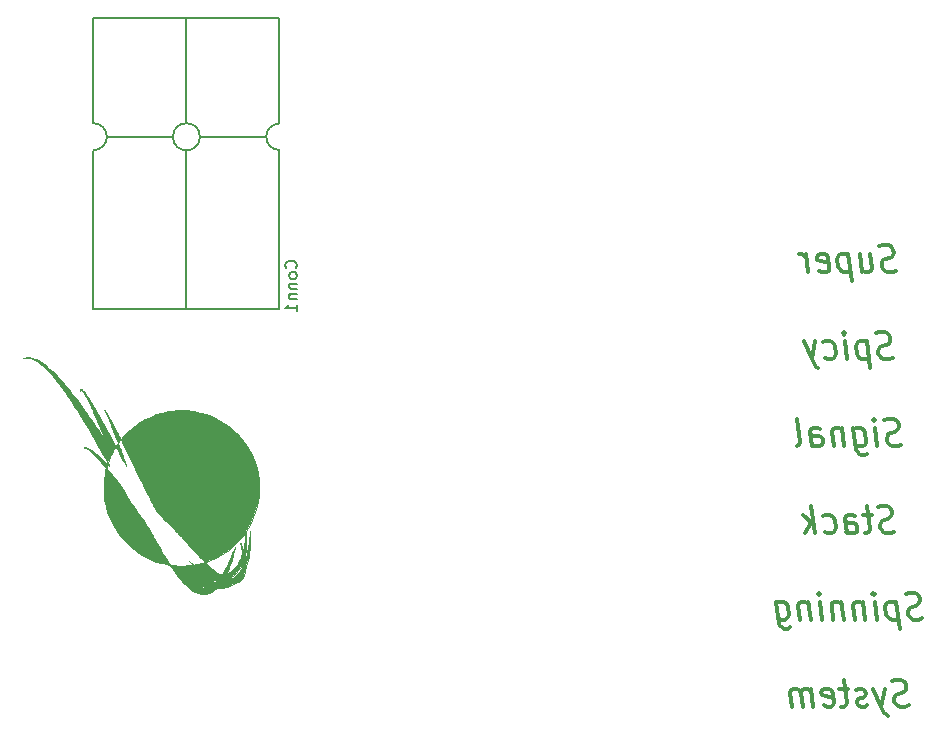
<source format=gbo>
G04 #@! TF.GenerationSoftware,KiCad,Pcbnew,(6.0.8)*
G04 #@! TF.CreationDate,2022-10-20T16:34:10-05:00*
G04 #@! TF.ProjectId,SignalStack_Board,5369676e-616c-4537-9461-636b5f426f61,rev?*
G04 #@! TF.SameCoordinates,Original*
G04 #@! TF.FileFunction,Legend,Bot*
G04 #@! TF.FilePolarity,Positive*
%FSLAX46Y46*%
G04 Gerber Fmt 4.6, Leading zero omitted, Abs format (unit mm)*
G04 Created by KiCad (PCBNEW (6.0.8)) date 2022-10-20 16:34:10*
%MOMM*%
%LPD*%
G01*
G04 APERTURE LIST*
%ADD10C,0.300000*%
%ADD11C,0.150000*%
%ADD12C,0.010000*%
%ADD13C,1.308000*%
%ADD14C,1.258000*%
%ADD15C,1.208000*%
%ADD16C,2.946400*%
%ADD17O,3.000000X5.100000*%
%ADD18C,1.100000*%
%ADD19C,1.400000*%
%ADD20C,4.000000*%
%ADD21C,2.000000*%
%ADD22C,1.270000*%
%ADD23R,1.530000X1.530000*%
%ADD24C,1.530000*%
%ADD25R,1.350000X1.350000*%
%ADD26O,1.350000X1.350000*%
%ADD27R,1.358000X1.358000*%
%ADD28C,1.358000*%
%ADD29C,1.524000*%
%ADD30O,5.100000X3.000000*%
G04 APERTURE END LIST*
D10*
X193478671Y-74089985D02*
X193201993Y-74198842D01*
X192718183Y-74198842D01*
X192511052Y-74089985D01*
X192400683Y-73981128D01*
X192276707Y-73763414D01*
X192249493Y-73545700D01*
X192319040Y-73327985D01*
X192402195Y-73219128D01*
X192582112Y-73110271D01*
X192955552Y-73001414D01*
X193135469Y-72892557D01*
X193218623Y-72783700D01*
X193288171Y-72565985D01*
X193260957Y-72348271D01*
X193136981Y-72130557D01*
X193026612Y-72021700D01*
X192819481Y-71912842D01*
X192335671Y-71912842D01*
X192058993Y-72021700D01*
X190398921Y-72674842D02*
X190589421Y-74198842D01*
X191269778Y-72674842D02*
X191419457Y-73872271D01*
X191349909Y-74089985D01*
X191169993Y-74198842D01*
X190879707Y-74198842D01*
X190672576Y-74089985D01*
X190562207Y-73981128D01*
X189431302Y-72674842D02*
X189717052Y-74960842D01*
X189444909Y-72783700D02*
X189237778Y-72674842D01*
X188850731Y-72674842D01*
X188670814Y-72783700D01*
X188587659Y-72892557D01*
X188518112Y-73110271D01*
X188599754Y-73763414D01*
X188723731Y-73981128D01*
X188834100Y-74089985D01*
X189041231Y-74198842D01*
X189428278Y-74198842D01*
X189608195Y-74089985D01*
X186995623Y-74089985D02*
X187202754Y-74198842D01*
X187589802Y-74198842D01*
X187769719Y-74089985D01*
X187839266Y-73872271D01*
X187730409Y-73001414D01*
X187606433Y-72783700D01*
X187399302Y-72674842D01*
X187012254Y-72674842D01*
X186832338Y-72783700D01*
X186762790Y-73001414D01*
X186790004Y-73219128D01*
X187784838Y-73436842D01*
X186041612Y-74198842D02*
X185851112Y-72674842D01*
X185905540Y-73110271D02*
X185781564Y-72892557D01*
X185671195Y-72783700D01*
X185464064Y-72674842D01*
X185270540Y-72674842D01*
X193188385Y-81450905D02*
X192911707Y-81559762D01*
X192427897Y-81559762D01*
X192220766Y-81450905D01*
X192110397Y-81342048D01*
X191986421Y-81124334D01*
X191959207Y-80906620D01*
X192028754Y-80688905D01*
X192111909Y-80580048D01*
X192291826Y-80471191D01*
X192665266Y-80362334D01*
X192845183Y-80253477D01*
X192928338Y-80144620D01*
X192997885Y-79926905D01*
X192970671Y-79709191D01*
X192846695Y-79491477D01*
X192736326Y-79382620D01*
X192529195Y-79273762D01*
X192045385Y-79273762D01*
X191768707Y-79382620D01*
X190979493Y-80035762D02*
X191265243Y-82321762D01*
X190993100Y-80144620D02*
X190785969Y-80035762D01*
X190398921Y-80035762D01*
X190219004Y-80144620D01*
X190135850Y-80253477D01*
X190066302Y-80471191D01*
X190147945Y-81124334D01*
X190271921Y-81342048D01*
X190382290Y-81450905D01*
X190589421Y-81559762D01*
X190976469Y-81559762D01*
X191156385Y-81450905D01*
X189331516Y-81559762D02*
X189141016Y-80035762D01*
X189045766Y-79273762D02*
X189156135Y-79382620D01*
X189072981Y-79491477D01*
X188962612Y-79382620D01*
X189045766Y-79273762D01*
X189072981Y-79491477D01*
X187479433Y-81450905D02*
X187686564Y-81559762D01*
X188073612Y-81559762D01*
X188253528Y-81450905D01*
X188336683Y-81342048D01*
X188406231Y-81124334D01*
X188324588Y-80471191D01*
X188200612Y-80253477D01*
X188090243Y-80144620D01*
X187883112Y-80035762D01*
X187496064Y-80035762D01*
X187316147Y-80144620D01*
X186625207Y-80035762D02*
X186331897Y-81559762D01*
X185657588Y-80035762D02*
X186331897Y-81559762D01*
X186593457Y-82104048D01*
X186703826Y-82212905D01*
X186910957Y-82321762D01*
X193914100Y-88811825D02*
X193637421Y-88920682D01*
X193153612Y-88920682D01*
X192946481Y-88811825D01*
X192836112Y-88702968D01*
X192712135Y-88485254D01*
X192684921Y-88267540D01*
X192754469Y-88049825D01*
X192837623Y-87940968D01*
X193017540Y-87832111D01*
X193390981Y-87723254D01*
X193570897Y-87614397D01*
X193654052Y-87505540D01*
X193723600Y-87287825D01*
X193696385Y-87070111D01*
X193572409Y-86852397D01*
X193462040Y-86743540D01*
X193254909Y-86634682D01*
X192771100Y-86634682D01*
X192494421Y-86743540D01*
X191895707Y-88920682D02*
X191705207Y-87396682D01*
X191609957Y-86634682D02*
X191720326Y-86743540D01*
X191637171Y-86852397D01*
X191526802Y-86743540D01*
X191609957Y-86634682D01*
X191637171Y-86852397D01*
X189866731Y-87396682D02*
X190098052Y-89247254D01*
X190222028Y-89464968D01*
X190332397Y-89573825D01*
X190539528Y-89682682D01*
X190829814Y-89682682D01*
X191009731Y-89573825D01*
X190043623Y-88811825D02*
X190250754Y-88920682D01*
X190637802Y-88920682D01*
X190817719Y-88811825D01*
X190900873Y-88702968D01*
X190970421Y-88485254D01*
X190888778Y-87832111D01*
X190764802Y-87614397D01*
X190654433Y-87505540D01*
X190447302Y-87396682D01*
X190060254Y-87396682D01*
X189880338Y-87505540D01*
X188899112Y-87396682D02*
X189089612Y-88920682D01*
X188926326Y-87614397D02*
X188815957Y-87505540D01*
X188608826Y-87396682D01*
X188318540Y-87396682D01*
X188138623Y-87505540D01*
X188069076Y-87723254D01*
X188218754Y-88920682D01*
X186380278Y-88920682D02*
X186230600Y-87723254D01*
X186300147Y-87505540D01*
X186480064Y-87396682D01*
X186867112Y-87396682D01*
X187074243Y-87505540D01*
X186366671Y-88811825D02*
X186573802Y-88920682D01*
X187057612Y-88920682D01*
X187237528Y-88811825D01*
X187307076Y-88594111D01*
X187279862Y-88376397D01*
X187155885Y-88158682D01*
X186948754Y-88049825D01*
X186464945Y-88049825D01*
X186257814Y-87940968D01*
X185122373Y-88920682D02*
X185302290Y-88811825D01*
X185371838Y-88594111D01*
X185126909Y-86634682D01*
X193333528Y-96172745D02*
X193056850Y-96281602D01*
X192573040Y-96281602D01*
X192365909Y-96172745D01*
X192255540Y-96063888D01*
X192131564Y-95846174D01*
X192104350Y-95628460D01*
X192173897Y-95410745D01*
X192257052Y-95301888D01*
X192436969Y-95193031D01*
X192810409Y-95084174D01*
X192990326Y-94975317D01*
X193073481Y-94866460D01*
X193143028Y-94648745D01*
X193115814Y-94431031D01*
X192991838Y-94213317D01*
X192881469Y-94104460D01*
X192674338Y-93995602D01*
X192190528Y-93995602D01*
X191913850Y-94104460D01*
X191414921Y-94757602D02*
X190640826Y-94757602D01*
X191029385Y-93995602D02*
X191274314Y-95955031D01*
X191204766Y-96172745D01*
X191024850Y-96281602D01*
X190831326Y-96281602D01*
X189283135Y-96281602D02*
X189133457Y-95084174D01*
X189203004Y-94866460D01*
X189382921Y-94757602D01*
X189769969Y-94757602D01*
X189977100Y-94866460D01*
X189269528Y-96172745D02*
X189476659Y-96281602D01*
X189960469Y-96281602D01*
X190140385Y-96172745D01*
X190209933Y-95955031D01*
X190182719Y-95737317D01*
X190058743Y-95519602D01*
X189851612Y-95410745D01*
X189367802Y-95410745D01*
X189160671Y-95301888D01*
X187431052Y-96172745D02*
X187638183Y-96281602D01*
X188025231Y-96281602D01*
X188205147Y-96172745D01*
X188288302Y-96063888D01*
X188357850Y-95846174D01*
X188276207Y-95193031D01*
X188152231Y-94975317D01*
X188041862Y-94866460D01*
X187834731Y-94757602D01*
X187447683Y-94757602D01*
X187267766Y-94866460D01*
X186573802Y-96281602D02*
X186288052Y-93995602D01*
X186271421Y-95410745D02*
X185799707Y-96281602D01*
X185609207Y-94757602D02*
X186492159Y-95628460D01*
X195704195Y-103533665D02*
X195427516Y-103642522D01*
X194943707Y-103642522D01*
X194736576Y-103533665D01*
X194626207Y-103424808D01*
X194502231Y-103207094D01*
X194475016Y-102989380D01*
X194544564Y-102771665D01*
X194627719Y-102662808D01*
X194807635Y-102553951D01*
X195181076Y-102445094D01*
X195360993Y-102336237D01*
X195444147Y-102227380D01*
X195513695Y-102009665D01*
X195486481Y-101791951D01*
X195362504Y-101574237D01*
X195252135Y-101465380D01*
X195045004Y-101356522D01*
X194561195Y-101356522D01*
X194284516Y-101465380D01*
X193495302Y-102118522D02*
X193781052Y-104404522D01*
X193508909Y-102227380D02*
X193301778Y-102118522D01*
X192914731Y-102118522D01*
X192734814Y-102227380D01*
X192651659Y-102336237D01*
X192582112Y-102553951D01*
X192663754Y-103207094D01*
X192787731Y-103424808D01*
X192898100Y-103533665D01*
X193105231Y-103642522D01*
X193492278Y-103642522D01*
X193672195Y-103533665D01*
X191847326Y-103642522D02*
X191656826Y-102118522D01*
X191561576Y-101356522D02*
X191671945Y-101465380D01*
X191588790Y-101574237D01*
X191478421Y-101465380D01*
X191561576Y-101356522D01*
X191588790Y-101574237D01*
X190689207Y-102118522D02*
X190879707Y-103642522D01*
X190716421Y-102336237D02*
X190606052Y-102227380D01*
X190398921Y-102118522D01*
X190108635Y-102118522D01*
X189928719Y-102227380D01*
X189859171Y-102445094D01*
X190008850Y-103642522D01*
X188850731Y-102118522D02*
X189041231Y-103642522D01*
X188877945Y-102336237D02*
X188767576Y-102227380D01*
X188560445Y-102118522D01*
X188270159Y-102118522D01*
X188090243Y-102227380D01*
X188020695Y-102445094D01*
X188170373Y-103642522D01*
X187202754Y-103642522D02*
X187012254Y-102118522D01*
X186917004Y-101356522D02*
X187027373Y-101465380D01*
X186944219Y-101574237D01*
X186833850Y-101465380D01*
X186917004Y-101356522D01*
X186944219Y-101574237D01*
X186044635Y-102118522D02*
X186235135Y-103642522D01*
X186071850Y-102336237D02*
X185961481Y-102227380D01*
X185754350Y-102118522D01*
X185464064Y-102118522D01*
X185284147Y-102227380D01*
X185214600Y-102445094D01*
X185364278Y-103642522D01*
X183335302Y-102118522D02*
X183566623Y-103969094D01*
X183690600Y-104186808D01*
X183800969Y-104295665D01*
X184008100Y-104404522D01*
X184298385Y-104404522D01*
X184478302Y-104295665D01*
X183512195Y-103533665D02*
X183719326Y-103642522D01*
X184106373Y-103642522D01*
X184286290Y-103533665D01*
X184369445Y-103424808D01*
X184438993Y-103207094D01*
X184357350Y-102553951D01*
X184233373Y-102336237D01*
X184123004Y-102227380D01*
X183915873Y-102118522D01*
X183528826Y-102118522D01*
X183348909Y-102227380D01*
X194543052Y-110894585D02*
X194266373Y-111003442D01*
X193782564Y-111003442D01*
X193575433Y-110894585D01*
X193465064Y-110785728D01*
X193341088Y-110568014D01*
X193313873Y-110350300D01*
X193383421Y-110132585D01*
X193466576Y-110023728D01*
X193646493Y-109914871D01*
X194019933Y-109806014D01*
X194199850Y-109697157D01*
X194283004Y-109588300D01*
X194352552Y-109370585D01*
X194325338Y-109152871D01*
X194201362Y-108935157D01*
X194090993Y-108826300D01*
X193883862Y-108717442D01*
X193400052Y-108717442D01*
X193123373Y-108826300D01*
X192527683Y-109479442D02*
X192234373Y-111003442D01*
X191560064Y-109479442D02*
X192234373Y-111003442D01*
X192495933Y-111547728D01*
X192606302Y-111656585D01*
X192813433Y-111765442D01*
X191059623Y-110894585D02*
X190879707Y-111003442D01*
X190492659Y-111003442D01*
X190285528Y-110894585D01*
X190161552Y-110676871D01*
X190147945Y-110568014D01*
X190217493Y-110350300D01*
X190397409Y-110241442D01*
X190687695Y-110241442D01*
X190867612Y-110132585D01*
X190937159Y-109914871D01*
X190923552Y-109806014D01*
X190799576Y-109588300D01*
X190592445Y-109479442D01*
X190302159Y-109479442D01*
X190122243Y-109588300D01*
X189431302Y-109479442D02*
X188657207Y-109479442D01*
X189045766Y-108717442D02*
X189290695Y-110676871D01*
X189221147Y-110894585D01*
X189041231Y-111003442D01*
X188847707Y-111003442D01*
X187382671Y-110894585D02*
X187589802Y-111003442D01*
X187976850Y-111003442D01*
X188156766Y-110894585D01*
X188226314Y-110676871D01*
X188117457Y-109806014D01*
X187993481Y-109588300D01*
X187786350Y-109479442D01*
X187399302Y-109479442D01*
X187219385Y-109588300D01*
X187149838Y-109806014D01*
X187177052Y-110023728D01*
X188171885Y-110241442D01*
X186428659Y-111003442D02*
X186238159Y-109479442D01*
X186265373Y-109697157D02*
X186155004Y-109588300D01*
X185947873Y-109479442D01*
X185657588Y-109479442D01*
X185477671Y-109588300D01*
X185408123Y-109806014D01*
X185557802Y-111003442D01*
X185408123Y-109806014D02*
X185284147Y-109588300D01*
X185077016Y-109479442D01*
X184786731Y-109479442D01*
X184606814Y-109588300D01*
X184537266Y-109806014D01*
X184686945Y-111003442D01*
D11*
X142662142Y-73856190D02*
X142709761Y-73808571D01*
X142757380Y-73665714D01*
X142757380Y-73570476D01*
X142709761Y-73427619D01*
X142614523Y-73332380D01*
X142519285Y-73284761D01*
X142328809Y-73237142D01*
X142185952Y-73237142D01*
X141995476Y-73284761D01*
X141900238Y-73332380D01*
X141805000Y-73427619D01*
X141757380Y-73570476D01*
X141757380Y-73665714D01*
X141805000Y-73808571D01*
X141852619Y-73856190D01*
X142757380Y-74427619D02*
X142709761Y-74332380D01*
X142662142Y-74284761D01*
X142566904Y-74237142D01*
X142281190Y-74237142D01*
X142185952Y-74284761D01*
X142138333Y-74332380D01*
X142090714Y-74427619D01*
X142090714Y-74570476D01*
X142138333Y-74665714D01*
X142185952Y-74713333D01*
X142281190Y-74760952D01*
X142566904Y-74760952D01*
X142662142Y-74713333D01*
X142709761Y-74665714D01*
X142757380Y-74570476D01*
X142757380Y-74427619D01*
X142090714Y-75189523D02*
X142757380Y-75189523D01*
X142185952Y-75189523D02*
X142138333Y-75237142D01*
X142090714Y-75332380D01*
X142090714Y-75475238D01*
X142138333Y-75570476D01*
X142233571Y-75618095D01*
X142757380Y-75618095D01*
X142090714Y-76094285D02*
X142757380Y-76094285D01*
X142185952Y-76094285D02*
X142138333Y-76141904D01*
X142090714Y-76237142D01*
X142090714Y-76380000D01*
X142138333Y-76475238D01*
X142233571Y-76522857D01*
X142757380Y-76522857D01*
X142757380Y-77522857D02*
X142757380Y-76951428D01*
X142757380Y-77237142D02*
X141757380Y-77237142D01*
X141900238Y-77141904D01*
X141995476Y-77046666D01*
X142043095Y-76951428D01*
G36*
X138465530Y-99088067D02*
G01*
X138462574Y-99096236D01*
X138432248Y-99193630D01*
X138407474Y-99295851D01*
X138393368Y-99382057D01*
X138391737Y-99397891D01*
X138351371Y-99635610D01*
X138284320Y-99849931D01*
X138191927Y-100038581D01*
X138075532Y-100199286D01*
X137936739Y-100329529D01*
X137936479Y-100329773D01*
X137776109Y-100427769D01*
X137764449Y-100433247D01*
X137684507Y-100468128D01*
X137611141Y-100496140D01*
X137558942Y-100511648D01*
X137519365Y-100524141D01*
X137451509Y-100555361D01*
X137382476Y-100595527D01*
X137322790Y-100633030D01*
X137093769Y-100751794D01*
X136840984Y-100848775D01*
X136638504Y-100903729D01*
X136573672Y-100921325D01*
X136301070Y-100966796D01*
X136032411Y-100982542D01*
X135994187Y-100983373D01*
X135940405Y-100991942D01*
X135893101Y-101015432D01*
X135834988Y-101060686D01*
X135759699Y-101121139D01*
X135542200Y-101263947D01*
X135314512Y-101368122D01*
X135076943Y-101433514D01*
X134948802Y-101449757D01*
X134774881Y-101453585D01*
X134596981Y-101440605D01*
X134432578Y-101411416D01*
X134329798Y-101379996D01*
X134198273Y-101328296D01*
X134058900Y-101264152D01*
X133924433Y-101193470D01*
X133807628Y-101122152D01*
X133675098Y-101027649D01*
X133499490Y-100884962D01*
X133322127Y-100720275D01*
X133140750Y-100531079D01*
X132979837Y-100345667D01*
X133905386Y-100345667D01*
X133909620Y-100355608D01*
X133937890Y-100387955D01*
X133986588Y-100438744D01*
X134052107Y-100504013D01*
X134096504Y-100546788D01*
X134221736Y-100657888D01*
X134339583Y-100745152D01*
X134460856Y-100816008D01*
X134596368Y-100877881D01*
X134679206Y-100906855D01*
X134775701Y-100926279D01*
X134892644Y-100934723D01*
X134918143Y-100935388D01*
X134999350Y-100935793D01*
X135065117Y-100933649D01*
X135103141Y-100929275D01*
X135129198Y-100921137D01*
X135156952Y-100903729D01*
X135144935Y-100887821D01*
X135093367Y-100874647D01*
X135039034Y-100863591D01*
X134935799Y-100835923D01*
X134814759Y-100798021D01*
X134687058Y-100753635D01*
X134563843Y-100706511D01*
X134456259Y-100660399D01*
X134448965Y-100657013D01*
X134296569Y-100579580D01*
X134117531Y-100476954D01*
X133910323Y-100348261D01*
X133905386Y-100345667D01*
X132979837Y-100345667D01*
X132953102Y-100314862D01*
X132868290Y-100208619D01*
X135058463Y-100208619D01*
X135071537Y-100218443D01*
X135116214Y-100235911D01*
X135185238Y-100258877D01*
X135271353Y-100285195D01*
X135367304Y-100312720D01*
X135465835Y-100339304D01*
X135559691Y-100362803D01*
X135641614Y-100381070D01*
X135651462Y-100383069D01*
X135753290Y-100403204D01*
X135824264Y-100414835D01*
X135872135Y-100417725D01*
X135904657Y-100411643D01*
X135929582Y-100396352D01*
X135954662Y-100371621D01*
X135959084Y-100366913D01*
X135977823Y-100345423D01*
X135984473Y-100329529D01*
X135974388Y-100317754D01*
X135942924Y-100308619D01*
X135885434Y-100300648D01*
X135797273Y-100292362D01*
X135673797Y-100282285D01*
X135557652Y-100271733D01*
X135434336Y-100258382D01*
X135321588Y-100244192D01*
X135234129Y-100230886D01*
X135203532Y-100225648D01*
X135131698Y-100214607D01*
X135080162Y-100208521D01*
X135058479Y-100208604D01*
X135058463Y-100208619D01*
X132868290Y-100208619D01*
X132768059Y-100083060D01*
X137035086Y-100083060D01*
X137039381Y-100088457D01*
X137060084Y-100093965D01*
X137110165Y-100101428D01*
X137178042Y-100108929D01*
X137308350Y-100121355D01*
X137428634Y-100023911D01*
X137512746Y-99952115D01*
X137713860Y-99747078D01*
X137899074Y-99507385D01*
X138069662Y-99231459D01*
X138094792Y-99184613D01*
X138127788Y-99109708D01*
X138145832Y-99038117D01*
X138154693Y-98950796D01*
X138163438Y-98807404D01*
X138063792Y-99002328D01*
X137933075Y-99235448D01*
X137771460Y-99468798D01*
X137593885Y-99670005D01*
X137397146Y-99842640D01*
X137178042Y-99990275D01*
X137162143Y-99999643D01*
X137096139Y-100038696D01*
X137057163Y-100062642D01*
X137038913Y-100075942D01*
X137035086Y-100083060D01*
X132768059Y-100083060D01*
X132756927Y-100069115D01*
X132549966Y-99791328D01*
X132329963Y-99478990D01*
X132270995Y-99393293D01*
X132254074Y-99368730D01*
X134471649Y-99368730D01*
X134481673Y-99378753D01*
X134491696Y-99368730D01*
X134481673Y-99358706D01*
X134471649Y-99368730D01*
X132254074Y-99368730D01*
X132196258Y-99284800D01*
X132130519Y-99189504D01*
X132077203Y-99112366D01*
X132039739Y-99058349D01*
X132021553Y-99032416D01*
X131988756Y-99009486D01*
X131920759Y-98987362D01*
X131815374Y-98965912D01*
X131767328Y-98957467D01*
X131314636Y-98857282D01*
X130861104Y-98720636D01*
X130413401Y-98550039D01*
X129978195Y-98348005D01*
X129562155Y-98117046D01*
X129440253Y-98041448D01*
X129022341Y-97752537D01*
X128629797Y-97433726D01*
X128264033Y-97086941D01*
X127926461Y-96714108D01*
X127618493Y-96317154D01*
X127341541Y-95898005D01*
X127097016Y-95458586D01*
X126886330Y-95000823D01*
X126710896Y-94526644D01*
X126572125Y-94037974D01*
X126508664Y-93753150D01*
X126459947Y-93478661D01*
X126425596Y-93206867D01*
X126404572Y-92927401D01*
X126395836Y-92629895D01*
X126398348Y-92303984D01*
X126399033Y-92274971D01*
X126407140Y-92039466D01*
X126419912Y-91831305D01*
X126438661Y-91639155D01*
X126464697Y-91451681D01*
X126499330Y-91257550D01*
X126543871Y-91045429D01*
X126598093Y-90801212D01*
X126553908Y-90745039D01*
X126540199Y-90728530D01*
X126498409Y-90680532D01*
X126436102Y-90610347D01*
X126357390Y-90522507D01*
X126266388Y-90421542D01*
X126167208Y-90311985D01*
X126063965Y-90198369D01*
X125960772Y-90085224D01*
X125861742Y-89977082D01*
X125770988Y-89878476D01*
X125692625Y-89793938D01*
X125630765Y-89727999D01*
X125556281Y-89652355D01*
X125456322Y-89556707D01*
X125347533Y-89457348D01*
X125237304Y-89360736D01*
X125133024Y-89273331D01*
X125042081Y-89201593D01*
X124971864Y-89151981D01*
X124967916Y-89149497D01*
X124879238Y-89107078D01*
X124789863Y-89093822D01*
X124756417Y-89093382D01*
X124721241Y-89090250D01*
X124717257Y-89081095D01*
X124738658Y-89062350D01*
X124746462Y-89056970D01*
X124811296Y-89040069D01*
X124901765Y-89053026D01*
X125017174Y-89095596D01*
X125156827Y-89167532D01*
X125320031Y-89268588D01*
X125329156Y-89274641D01*
X125452290Y-89360162D01*
X125585252Y-89459680D01*
X125731030Y-89575687D01*
X125892609Y-89710674D01*
X126072976Y-89867130D01*
X126275118Y-90047548D01*
X126502020Y-90254417D01*
X126514883Y-90266240D01*
X126591391Y-90335968D01*
X126644449Y-90382025D01*
X126679210Y-90407635D01*
X126700827Y-90416017D01*
X126714453Y-90410396D01*
X126725243Y-90393994D01*
X126736752Y-90374436D01*
X126749963Y-90367523D01*
X126766741Y-90387491D01*
X126794099Y-90438915D01*
X126807703Y-90465222D01*
X126842184Y-90529229D01*
X126870212Y-90577964D01*
X126871317Y-90579787D01*
X126875516Y-90594625D01*
X126853858Y-90580811D01*
X126807593Y-90539120D01*
X126760944Y-90496839D01*
X126723328Y-90467048D01*
X126705824Y-90458930D01*
X126702898Y-90464006D01*
X126689723Y-90499308D01*
X126671265Y-90557138D01*
X126650948Y-90625712D01*
X126632196Y-90693247D01*
X126618434Y-90747958D01*
X126613086Y-90778063D01*
X126616239Y-90786336D01*
X126639934Y-90822716D01*
X126683040Y-90880515D01*
X126741026Y-90953771D01*
X126809364Y-91036517D01*
X126823240Y-91053013D01*
X126907171Y-91153400D01*
X126993265Y-91257251D01*
X127072151Y-91353224D01*
X127134456Y-91429977D01*
X127160345Y-91462057D01*
X127222540Y-91538553D01*
X127301685Y-91635412D01*
X127392303Y-91745944D01*
X127488915Y-91863462D01*
X127586043Y-91981279D01*
X127656419Y-92066972D01*
X127755109Y-92189791D01*
X127836651Y-92296058D01*
X127906953Y-92394144D01*
X127971922Y-92492420D01*
X128037468Y-92599258D01*
X128109497Y-92723031D01*
X128229534Y-92931105D01*
X128487856Y-93365860D01*
X128743097Y-93776427D01*
X129001481Y-94172454D01*
X129269233Y-94563587D01*
X129552578Y-94959473D01*
X129684895Y-95143700D01*
X129800693Y-95312514D01*
X129904053Y-95472793D01*
X130002025Y-95635471D01*
X130101654Y-95811485D01*
X130109773Y-95826158D01*
X130190922Y-95969162D01*
X130280426Y-96121431D01*
X130371521Y-96271784D01*
X130457443Y-96409036D01*
X130531428Y-96522005D01*
X130580878Y-96597083D01*
X130658655Y-96720399D01*
X130746051Y-96863549D01*
X130837776Y-97017722D01*
X130928538Y-97174109D01*
X131013046Y-97323899D01*
X131066301Y-97419349D01*
X131164460Y-97592689D01*
X131266589Y-97770130D01*
X131370527Y-97948130D01*
X131474110Y-98123147D01*
X131575178Y-98291640D01*
X131671567Y-98450066D01*
X131761118Y-98594885D01*
X131841667Y-98722553D01*
X131911052Y-98829531D01*
X131967112Y-98912275D01*
X132007685Y-98967244D01*
X132030608Y-98990897D01*
X132066458Y-99003943D01*
X132149197Y-99020733D01*
X132262738Y-99034611D01*
X132401608Y-99045540D01*
X132560333Y-99053477D01*
X132733440Y-99058383D01*
X132915455Y-99060218D01*
X133100904Y-99058942D01*
X133284316Y-99054515D01*
X133460215Y-99046897D01*
X133623129Y-99036047D01*
X133767584Y-99021926D01*
X133888107Y-99004494D01*
X133888828Y-99004365D01*
X133997366Y-99004365D01*
X134003228Y-99014239D01*
X134034599Y-99044310D01*
X134087125Y-99088869D01*
X134154638Y-99142497D01*
X134208406Y-99183849D01*
X134314429Y-99263841D01*
X134390470Y-99318612D01*
X134436277Y-99347984D01*
X134451602Y-99351781D01*
X134451301Y-99350787D01*
X134432621Y-99331659D01*
X134389868Y-99295350D01*
X134329955Y-99247149D01*
X134259798Y-99192344D01*
X134186312Y-99136224D01*
X134116411Y-99084078D01*
X134057010Y-99041193D01*
X134015023Y-99012860D01*
X133997366Y-99004365D01*
X133888828Y-99004365D01*
X133956104Y-98992325D01*
X133639684Y-98693885D01*
X133796040Y-98819314D01*
X133839872Y-98854805D01*
X133900122Y-98904821D01*
X133943461Y-98942377D01*
X133962614Y-98961274D01*
X133967454Y-98966538D01*
X134000138Y-98976031D01*
X134061684Y-98974502D01*
X134155253Y-98961716D01*
X134284004Y-98937439D01*
X134314439Y-98930986D01*
X134393215Y-98913077D01*
X134487713Y-98890494D01*
X134590114Y-98865229D01*
X134692599Y-98839276D01*
X134787350Y-98814626D01*
X134866550Y-98793274D01*
X134922379Y-98777212D01*
X134947020Y-98768433D01*
X134945687Y-98766799D01*
X134976818Y-98766799D01*
X134979111Y-98771996D01*
X135004472Y-98799480D01*
X135053515Y-98846591D01*
X135121650Y-98909265D01*
X135204286Y-98983435D01*
X135296833Y-99065038D01*
X135394700Y-99150008D01*
X135493298Y-99234280D01*
X135588036Y-99313790D01*
X135634415Y-99351781D01*
X135655106Y-99368730D01*
X135674323Y-99384472D01*
X135703959Y-99408188D01*
X135810218Y-99490988D01*
X135919602Y-99573341D01*
X136020805Y-99646836D01*
X136102523Y-99703062D01*
X136158199Y-99738151D01*
X136232271Y-99780295D01*
X136292139Y-99809117D01*
X136328473Y-99819795D01*
X136339156Y-99818900D01*
X136361794Y-99809974D01*
X136387358Y-99788377D01*
X136418500Y-99750322D01*
X136457869Y-99692020D01*
X136508117Y-99609685D01*
X136571896Y-99499527D01*
X136651855Y-99357761D01*
X136660744Y-99341868D01*
X136743017Y-99192660D01*
X136816305Y-99054868D01*
X136883876Y-98921490D01*
X136949001Y-98785521D01*
X137014950Y-98639959D01*
X137084991Y-98477799D01*
X137162396Y-98292039D01*
X137250434Y-98075675D01*
X137292425Y-97972274D01*
X137347898Y-97837766D01*
X137397186Y-97720692D01*
X137438564Y-97625018D01*
X137470310Y-97554710D01*
X137490699Y-97513733D01*
X137498008Y-97506052D01*
X137497183Y-97517479D01*
X137488096Y-97569049D01*
X137470291Y-97650186D01*
X137445391Y-97754589D01*
X137415017Y-97875956D01*
X137380792Y-98007986D01*
X137344337Y-98144378D01*
X137307276Y-98278832D01*
X137271230Y-98405045D01*
X137237821Y-98516717D01*
X137218500Y-98577645D01*
X137165932Y-98733005D01*
X137103323Y-98907537D01*
X137035032Y-99089739D01*
X136965417Y-99268110D01*
X136898836Y-99431149D01*
X136839649Y-99567355D01*
X136833550Y-99580908D01*
X136806097Y-99645744D01*
X136788762Y-99693328D01*
X136785071Y-99714170D01*
X136785558Y-99714559D01*
X136810395Y-99711032D01*
X136861220Y-99691320D01*
X136930028Y-99659474D01*
X137008812Y-99619542D01*
X137089566Y-99575573D01*
X137164283Y-99531615D01*
X137224958Y-99491717D01*
X137241636Y-99479523D01*
X137362007Y-99379321D01*
X137486276Y-99257695D01*
X137602287Y-99127266D01*
X137697885Y-99000655D01*
X137735489Y-98941284D01*
X137802846Y-98821626D01*
X137874071Y-98681783D01*
X137943854Y-98532799D01*
X138006888Y-98385721D01*
X138057863Y-98251597D01*
X138118782Y-98076690D01*
X138079754Y-97837468D01*
X138066912Y-97761576D01*
X138041948Y-97623090D01*
X138014686Y-97480071D01*
X137989089Y-97353678D01*
X137987210Y-97344747D01*
X137968572Y-97252154D01*
X137954598Y-97175427D01*
X137946613Y-97122329D01*
X137945939Y-97100622D01*
X137949665Y-97100661D01*
X137966537Y-97125897D01*
X137992755Y-97184209D01*
X138026793Y-97271757D01*
X138067126Y-97384700D01*
X138112227Y-97519198D01*
X138115890Y-97530351D01*
X138145666Y-97615557D01*
X138171838Y-97681399D01*
X138191693Y-97721553D01*
X138202517Y-97729695D01*
X138210235Y-97706264D01*
X138223589Y-97647418D01*
X138239864Y-97563018D01*
X138257744Y-97460937D01*
X138275912Y-97349044D01*
X138293053Y-97235212D01*
X138307850Y-97127311D01*
X138318986Y-97033213D01*
X138324507Y-96976757D01*
X138333202Y-96872978D01*
X138341240Y-96760457D01*
X138348273Y-96646151D01*
X138353953Y-96537022D01*
X138357930Y-96440029D01*
X138359855Y-96362131D01*
X138359381Y-96310288D01*
X138356157Y-96291461D01*
X138349202Y-96297043D01*
X138322015Y-96328130D01*
X138280264Y-96380388D01*
X138229641Y-96446828D01*
X138046593Y-96679895D01*
X137717422Y-97048152D01*
X137358524Y-97392059D01*
X136972605Y-97709616D01*
X136562373Y-97998823D01*
X136130536Y-98257678D01*
X135679800Y-98484180D01*
X135212874Y-98676330D01*
X135208364Y-98677988D01*
X135120117Y-98710742D01*
X135047129Y-98738371D01*
X134996872Y-98758011D01*
X134976818Y-98766799D01*
X134945687Y-98766799D01*
X134938843Y-98758413D01*
X134906274Y-98723264D01*
X134852353Y-98666543D01*
X134780778Y-98592109D01*
X134695243Y-98503821D01*
X134599448Y-98405540D01*
X134571124Y-98376519D01*
X134398027Y-98197465D01*
X134212875Y-98003353D01*
X134019678Y-97798552D01*
X133822449Y-97587433D01*
X133625200Y-97374364D01*
X133431943Y-97163716D01*
X133246689Y-96959856D01*
X133073450Y-96767156D01*
X132916239Y-96589984D01*
X132779066Y-96432710D01*
X132665945Y-96299703D01*
X132624351Y-96252453D01*
X132552895Y-96175656D01*
X132459539Y-96078220D01*
X132348029Y-95963953D01*
X132222108Y-95836661D01*
X132085521Y-95700150D01*
X131942012Y-95558227D01*
X131795327Y-95414697D01*
X131714003Y-95335667D01*
X131539864Y-95166987D01*
X131390056Y-95022020D01*
X131261930Y-94897325D01*
X131152840Y-94789461D01*
X131060137Y-94694984D01*
X130981174Y-94610454D01*
X130913304Y-94532429D01*
X130853878Y-94457466D01*
X130800250Y-94382124D01*
X130749772Y-94302960D01*
X130699796Y-94216534D01*
X130647674Y-94119404D01*
X130590759Y-94008126D01*
X130526404Y-93879261D01*
X130451960Y-93729365D01*
X130364781Y-93554997D01*
X130300457Y-93426917D01*
X130187455Y-93201013D01*
X130070615Y-92966275D01*
X129948722Y-92720216D01*
X129820557Y-92460347D01*
X129684904Y-92184179D01*
X129540545Y-91889225D01*
X129386264Y-91572995D01*
X129220843Y-91233002D01*
X129043065Y-90866756D01*
X128851714Y-90471769D01*
X128645572Y-90045554D01*
X128423422Y-89585620D01*
X128384836Y-89505723D01*
X128288145Y-89305841D01*
X128196925Y-89117729D01*
X128112665Y-88944431D01*
X128036854Y-88788994D01*
X127970983Y-88654461D01*
X127916540Y-88543877D01*
X127875016Y-88460287D01*
X127847900Y-88406736D01*
X127836681Y-88386269D01*
X127828592Y-88387335D01*
X127800155Y-88411788D01*
X127758173Y-88459314D01*
X127708456Y-88523688D01*
X127596010Y-88677663D01*
X127574369Y-88620434D01*
X127562687Y-88589596D01*
X127503973Y-88435893D01*
X127435545Y-88258441D01*
X127360074Y-88064041D01*
X127280232Y-87859491D01*
X127198690Y-87651592D01*
X127118120Y-87447142D01*
X127041194Y-87252941D01*
X126970583Y-87075788D01*
X126908959Y-86922483D01*
X126858994Y-86799824D01*
X126800245Y-86657770D01*
X126734255Y-86500788D01*
X126678788Y-86372823D01*
X126631592Y-86269130D01*
X126590413Y-86184959D01*
X126553000Y-86115563D01*
X126517099Y-86056196D01*
X126480457Y-86002109D01*
X126460869Y-85974375D01*
X126426728Y-85922974D01*
X126416230Y-85898811D01*
X126428716Y-85898666D01*
X126463528Y-85919320D01*
X126483660Y-85935859D01*
X126534814Y-85994354D01*
X126601065Y-86086055D01*
X126681213Y-86208887D01*
X126774059Y-86360774D01*
X126878406Y-86539643D01*
X126993054Y-86743419D01*
X127116804Y-86970027D01*
X127248458Y-87217393D01*
X127386817Y-87483442D01*
X127530682Y-87766100D01*
X127577081Y-87857958D01*
X127645003Y-87991465D01*
X127705931Y-88110075D01*
X127757678Y-88209596D01*
X127798059Y-88285833D01*
X127824886Y-88334592D01*
X127835974Y-88351681D01*
X127851160Y-88338157D01*
X127883774Y-88300745D01*
X127926187Y-88247909D01*
X127966552Y-88198996D01*
X128044386Y-88112261D01*
X128141852Y-88009326D01*
X128252867Y-87896192D01*
X128371346Y-87778860D01*
X128491207Y-87663332D01*
X128606367Y-87555609D01*
X128710741Y-87461693D01*
X128798247Y-87387585D01*
X129026368Y-87210639D01*
X129455119Y-86915368D01*
X129897871Y-86657634D01*
X130355051Y-86437261D01*
X130827088Y-86254072D01*
X131314408Y-86107891D01*
X131817438Y-85998541D01*
X132336606Y-85925846D01*
X132418193Y-85918790D01*
X132583151Y-85909912D01*
X132771497Y-85904965D01*
X132972825Y-85903868D01*
X133176728Y-85906540D01*
X133372800Y-85912902D01*
X133550635Y-85922873D01*
X133699826Y-85936372D01*
X134063644Y-85988438D01*
X134568450Y-86094478D01*
X135060122Y-86237844D01*
X135537140Y-86417872D01*
X135997984Y-86633899D01*
X136441131Y-86885264D01*
X136865062Y-87171304D01*
X137268255Y-87491355D01*
X137324612Y-87540916D01*
X137453659Y-87660901D01*
X137594171Y-87798621D01*
X137737716Y-87945369D01*
X137875863Y-88092438D01*
X138000182Y-88231120D01*
X138102241Y-88352708D01*
X138216518Y-88499503D01*
X138512195Y-88922448D01*
X138771610Y-89362421D01*
X138994800Y-89819514D01*
X139181803Y-90293817D01*
X139332657Y-90785422D01*
X139447398Y-91294419D01*
X139526064Y-91820900D01*
X139533186Y-91899821D01*
X139540752Y-92035098D01*
X139545902Y-92194483D01*
X139548636Y-92368815D01*
X139548953Y-92548932D01*
X139546855Y-92725673D01*
X139542341Y-92889877D01*
X139535410Y-93032382D01*
X139526064Y-93144026D01*
X139477699Y-93496996D01*
X139375683Y-94010065D01*
X139238118Y-94504725D01*
X139064930Y-94981201D01*
X138856043Y-95439715D01*
X138611383Y-95880490D01*
X138477344Y-96101011D01*
X138475253Y-96362131D01*
X138472129Y-96752550D01*
X138469798Y-96954458D01*
X138465038Y-97167546D01*
X138457627Y-97353006D01*
X138447007Y-97517645D01*
X138432620Y-97668269D01*
X138413907Y-97811685D01*
X138390310Y-97954699D01*
X138361270Y-98104117D01*
X138360379Y-98108470D01*
X138342042Y-98219780D01*
X138332871Y-98322958D01*
X138332880Y-98410283D01*
X138342085Y-98474033D01*
X138360500Y-98506485D01*
X138362539Y-98506418D01*
X138376364Y-98483781D01*
X138397626Y-98429668D01*
X138424470Y-98350041D01*
X138455043Y-98250857D01*
X138487488Y-98138077D01*
X138519953Y-98017659D01*
X138550584Y-97895564D01*
X138567166Y-97822639D01*
X138601416Y-97648981D01*
X138635259Y-97449566D01*
X138667510Y-97233662D01*
X138696983Y-97010543D01*
X138722494Y-96789477D01*
X138742856Y-96579738D01*
X138756884Y-96390594D01*
X138763392Y-96231319D01*
X138764611Y-96180642D01*
X138767566Y-96149337D01*
X138773705Y-96150873D01*
X138784755Y-96181200D01*
X138787610Y-96192385D01*
X138795141Y-96251127D01*
X138800806Y-96341861D01*
X138804648Y-96458503D01*
X138806710Y-96594973D01*
X138807033Y-96745188D01*
X138805661Y-96903066D01*
X138802636Y-97062526D01*
X138798000Y-97217484D01*
X138791797Y-97361861D01*
X138784069Y-97489573D01*
X138774858Y-97594539D01*
X138732630Y-97930862D01*
X138678514Y-98263288D01*
X138615316Y-98570068D01*
X138554096Y-98807404D01*
X138544000Y-98846547D01*
X138465530Y-99088067D01*
G37*
D12*
X138465530Y-99088067D02*
X138462574Y-99096236D01*
X138432248Y-99193630D01*
X138407474Y-99295851D01*
X138393368Y-99382057D01*
X138391737Y-99397891D01*
X138351371Y-99635610D01*
X138284320Y-99849931D01*
X138191927Y-100038581D01*
X138075532Y-100199286D01*
X137936739Y-100329529D01*
X137936479Y-100329773D01*
X137776109Y-100427769D01*
X137764449Y-100433247D01*
X137684507Y-100468128D01*
X137611141Y-100496140D01*
X137558942Y-100511648D01*
X137519365Y-100524141D01*
X137451509Y-100555361D01*
X137382476Y-100595527D01*
X137322790Y-100633030D01*
X137093769Y-100751794D01*
X136840984Y-100848775D01*
X136638504Y-100903729D01*
X136573672Y-100921325D01*
X136301070Y-100966796D01*
X136032411Y-100982542D01*
X135994187Y-100983373D01*
X135940405Y-100991942D01*
X135893101Y-101015432D01*
X135834988Y-101060686D01*
X135759699Y-101121139D01*
X135542200Y-101263947D01*
X135314512Y-101368122D01*
X135076943Y-101433514D01*
X134948802Y-101449757D01*
X134774881Y-101453585D01*
X134596981Y-101440605D01*
X134432578Y-101411416D01*
X134329798Y-101379996D01*
X134198273Y-101328296D01*
X134058900Y-101264152D01*
X133924433Y-101193470D01*
X133807628Y-101122152D01*
X133675098Y-101027649D01*
X133499490Y-100884962D01*
X133322127Y-100720275D01*
X133140750Y-100531079D01*
X132979837Y-100345667D01*
X133905386Y-100345667D01*
X133909620Y-100355608D01*
X133937890Y-100387955D01*
X133986588Y-100438744D01*
X134052107Y-100504013D01*
X134096504Y-100546788D01*
X134221736Y-100657888D01*
X134339583Y-100745152D01*
X134460856Y-100816008D01*
X134596368Y-100877881D01*
X134679206Y-100906855D01*
X134775701Y-100926279D01*
X134892644Y-100934723D01*
X134918143Y-100935388D01*
X134999350Y-100935793D01*
X135065117Y-100933649D01*
X135103141Y-100929275D01*
X135129198Y-100921137D01*
X135156952Y-100903729D01*
X135144935Y-100887821D01*
X135093367Y-100874647D01*
X135039034Y-100863591D01*
X134935799Y-100835923D01*
X134814759Y-100798021D01*
X134687058Y-100753635D01*
X134563843Y-100706511D01*
X134456259Y-100660399D01*
X134448965Y-100657013D01*
X134296569Y-100579580D01*
X134117531Y-100476954D01*
X133910323Y-100348261D01*
X133905386Y-100345667D01*
X132979837Y-100345667D01*
X132953102Y-100314862D01*
X132868290Y-100208619D01*
X135058463Y-100208619D01*
X135071537Y-100218443D01*
X135116214Y-100235911D01*
X135185238Y-100258877D01*
X135271353Y-100285195D01*
X135367304Y-100312720D01*
X135465835Y-100339304D01*
X135559691Y-100362803D01*
X135641614Y-100381070D01*
X135651462Y-100383069D01*
X135753290Y-100403204D01*
X135824264Y-100414835D01*
X135872135Y-100417725D01*
X135904657Y-100411643D01*
X135929582Y-100396352D01*
X135954662Y-100371621D01*
X135959084Y-100366913D01*
X135977823Y-100345423D01*
X135984473Y-100329529D01*
X135974388Y-100317754D01*
X135942924Y-100308619D01*
X135885434Y-100300648D01*
X135797273Y-100292362D01*
X135673797Y-100282285D01*
X135557652Y-100271733D01*
X135434336Y-100258382D01*
X135321588Y-100244192D01*
X135234129Y-100230886D01*
X135203532Y-100225648D01*
X135131698Y-100214607D01*
X135080162Y-100208521D01*
X135058479Y-100208604D01*
X135058463Y-100208619D01*
X132868290Y-100208619D01*
X132768059Y-100083060D01*
X137035086Y-100083060D01*
X137039381Y-100088457D01*
X137060084Y-100093965D01*
X137110165Y-100101428D01*
X137178042Y-100108929D01*
X137308350Y-100121355D01*
X137428634Y-100023911D01*
X137512746Y-99952115D01*
X137713860Y-99747078D01*
X137899074Y-99507385D01*
X138069662Y-99231459D01*
X138094792Y-99184613D01*
X138127788Y-99109708D01*
X138145832Y-99038117D01*
X138154693Y-98950796D01*
X138163438Y-98807404D01*
X138063792Y-99002328D01*
X137933075Y-99235448D01*
X137771460Y-99468798D01*
X137593885Y-99670005D01*
X137397146Y-99842640D01*
X137178042Y-99990275D01*
X137162143Y-99999643D01*
X137096139Y-100038696D01*
X137057163Y-100062642D01*
X137038913Y-100075942D01*
X137035086Y-100083060D01*
X132768059Y-100083060D01*
X132756927Y-100069115D01*
X132549966Y-99791328D01*
X132329963Y-99478990D01*
X132270995Y-99393293D01*
X132254074Y-99368730D01*
X134471649Y-99368730D01*
X134481673Y-99378753D01*
X134491696Y-99368730D01*
X134481673Y-99358706D01*
X134471649Y-99368730D01*
X132254074Y-99368730D01*
X132196258Y-99284800D01*
X132130519Y-99189504D01*
X132077203Y-99112366D01*
X132039739Y-99058349D01*
X132021553Y-99032416D01*
X131988756Y-99009486D01*
X131920759Y-98987362D01*
X131815374Y-98965912D01*
X131767328Y-98957467D01*
X131314636Y-98857282D01*
X130861104Y-98720636D01*
X130413401Y-98550039D01*
X129978195Y-98348005D01*
X129562155Y-98117046D01*
X129440253Y-98041448D01*
X129022341Y-97752537D01*
X128629797Y-97433726D01*
X128264033Y-97086941D01*
X127926461Y-96714108D01*
X127618493Y-96317154D01*
X127341541Y-95898005D01*
X127097016Y-95458586D01*
X126886330Y-95000823D01*
X126710896Y-94526644D01*
X126572125Y-94037974D01*
X126508664Y-93753150D01*
X126459947Y-93478661D01*
X126425596Y-93206867D01*
X126404572Y-92927401D01*
X126395836Y-92629895D01*
X126398348Y-92303984D01*
X126399033Y-92274971D01*
X126407140Y-92039466D01*
X126419912Y-91831305D01*
X126438661Y-91639155D01*
X126464697Y-91451681D01*
X126499330Y-91257550D01*
X126543871Y-91045429D01*
X126598093Y-90801212D01*
X126553908Y-90745039D01*
X126540199Y-90728530D01*
X126498409Y-90680532D01*
X126436102Y-90610347D01*
X126357390Y-90522507D01*
X126266388Y-90421542D01*
X126167208Y-90311985D01*
X126063965Y-90198369D01*
X125960772Y-90085224D01*
X125861742Y-89977082D01*
X125770988Y-89878476D01*
X125692625Y-89793938D01*
X125630765Y-89727999D01*
X125556281Y-89652355D01*
X125456322Y-89556707D01*
X125347533Y-89457348D01*
X125237304Y-89360736D01*
X125133024Y-89273331D01*
X125042081Y-89201593D01*
X124971864Y-89151981D01*
X124967916Y-89149497D01*
X124879238Y-89107078D01*
X124789863Y-89093822D01*
X124756417Y-89093382D01*
X124721241Y-89090250D01*
X124717257Y-89081095D01*
X124738658Y-89062350D01*
X124746462Y-89056970D01*
X124811296Y-89040069D01*
X124901765Y-89053026D01*
X125017174Y-89095596D01*
X125156827Y-89167532D01*
X125320031Y-89268588D01*
X125329156Y-89274641D01*
X125452290Y-89360162D01*
X125585252Y-89459680D01*
X125731030Y-89575687D01*
X125892609Y-89710674D01*
X126072976Y-89867130D01*
X126275118Y-90047548D01*
X126502020Y-90254417D01*
X126514883Y-90266240D01*
X126591391Y-90335968D01*
X126644449Y-90382025D01*
X126679210Y-90407635D01*
X126700827Y-90416017D01*
X126714453Y-90410396D01*
X126725243Y-90393994D01*
X126736752Y-90374436D01*
X126749963Y-90367523D01*
X126766741Y-90387491D01*
X126794099Y-90438915D01*
X126807703Y-90465222D01*
X126842184Y-90529229D01*
X126870212Y-90577964D01*
X126871317Y-90579787D01*
X126875516Y-90594625D01*
X126853858Y-90580811D01*
X126807593Y-90539120D01*
X126760944Y-90496839D01*
X126723328Y-90467048D01*
X126705824Y-90458930D01*
X126702898Y-90464006D01*
X126689723Y-90499308D01*
X126671265Y-90557138D01*
X126650948Y-90625712D01*
X126632196Y-90693247D01*
X126618434Y-90747958D01*
X126613086Y-90778063D01*
X126616239Y-90786336D01*
X126639934Y-90822716D01*
X126683040Y-90880515D01*
X126741026Y-90953771D01*
X126809364Y-91036517D01*
X126823240Y-91053013D01*
X126907171Y-91153400D01*
X126993265Y-91257251D01*
X127072151Y-91353224D01*
X127134456Y-91429977D01*
X127160345Y-91462057D01*
X127222540Y-91538553D01*
X127301685Y-91635412D01*
X127392303Y-91745944D01*
X127488915Y-91863462D01*
X127586043Y-91981279D01*
X127656419Y-92066972D01*
X127755109Y-92189791D01*
X127836651Y-92296058D01*
X127906953Y-92394144D01*
X127971922Y-92492420D01*
X128037468Y-92599258D01*
X128109497Y-92723031D01*
X128229534Y-92931105D01*
X128487856Y-93365860D01*
X128743097Y-93776427D01*
X129001481Y-94172454D01*
X129269233Y-94563587D01*
X129552578Y-94959473D01*
X129684895Y-95143700D01*
X129800693Y-95312514D01*
X129904053Y-95472793D01*
X130002025Y-95635471D01*
X130101654Y-95811485D01*
X130109773Y-95826158D01*
X130190922Y-95969162D01*
X130280426Y-96121431D01*
X130371521Y-96271784D01*
X130457443Y-96409036D01*
X130531428Y-96522005D01*
X130580878Y-96597083D01*
X130658655Y-96720399D01*
X130746051Y-96863549D01*
X130837776Y-97017722D01*
X130928538Y-97174109D01*
X131013046Y-97323899D01*
X131066301Y-97419349D01*
X131164460Y-97592689D01*
X131266589Y-97770130D01*
X131370527Y-97948130D01*
X131474110Y-98123147D01*
X131575178Y-98291640D01*
X131671567Y-98450066D01*
X131761118Y-98594885D01*
X131841667Y-98722553D01*
X131911052Y-98829531D01*
X131967112Y-98912275D01*
X132007685Y-98967244D01*
X132030608Y-98990897D01*
X132066458Y-99003943D01*
X132149197Y-99020733D01*
X132262738Y-99034611D01*
X132401608Y-99045540D01*
X132560333Y-99053477D01*
X132733440Y-99058383D01*
X132915455Y-99060218D01*
X133100904Y-99058942D01*
X133284316Y-99054515D01*
X133460215Y-99046897D01*
X133623129Y-99036047D01*
X133767584Y-99021926D01*
X133888107Y-99004494D01*
X133888828Y-99004365D01*
X133997366Y-99004365D01*
X134003228Y-99014239D01*
X134034599Y-99044310D01*
X134087125Y-99088869D01*
X134154638Y-99142497D01*
X134208406Y-99183849D01*
X134314429Y-99263841D01*
X134390470Y-99318612D01*
X134436277Y-99347984D01*
X134451602Y-99351781D01*
X134451301Y-99350787D01*
X134432621Y-99331659D01*
X134389868Y-99295350D01*
X134329955Y-99247149D01*
X134259798Y-99192344D01*
X134186312Y-99136224D01*
X134116411Y-99084078D01*
X134057010Y-99041193D01*
X134015023Y-99012860D01*
X133997366Y-99004365D01*
X133888828Y-99004365D01*
X133956104Y-98992325D01*
X133639684Y-98693885D01*
X133796040Y-98819314D01*
X133839872Y-98854805D01*
X133900122Y-98904821D01*
X133943461Y-98942377D01*
X133962614Y-98961274D01*
X133967454Y-98966538D01*
X134000138Y-98976031D01*
X134061684Y-98974502D01*
X134155253Y-98961716D01*
X134284004Y-98937439D01*
X134314439Y-98930986D01*
X134393215Y-98913077D01*
X134487713Y-98890494D01*
X134590114Y-98865229D01*
X134692599Y-98839276D01*
X134787350Y-98814626D01*
X134866550Y-98793274D01*
X134922379Y-98777212D01*
X134947020Y-98768433D01*
X134945687Y-98766799D01*
X134976818Y-98766799D01*
X134979111Y-98771996D01*
X135004472Y-98799480D01*
X135053515Y-98846591D01*
X135121650Y-98909265D01*
X135204286Y-98983435D01*
X135296833Y-99065038D01*
X135394700Y-99150008D01*
X135493298Y-99234280D01*
X135588036Y-99313790D01*
X135634415Y-99351781D01*
X135655106Y-99368730D01*
X135674323Y-99384472D01*
X135703959Y-99408188D01*
X135810218Y-99490988D01*
X135919602Y-99573341D01*
X136020805Y-99646836D01*
X136102523Y-99703062D01*
X136158199Y-99738151D01*
X136232271Y-99780295D01*
X136292139Y-99809117D01*
X136328473Y-99819795D01*
X136339156Y-99818900D01*
X136361794Y-99809974D01*
X136387358Y-99788377D01*
X136418500Y-99750322D01*
X136457869Y-99692020D01*
X136508117Y-99609685D01*
X136571896Y-99499527D01*
X136651855Y-99357761D01*
X136660744Y-99341868D01*
X136743017Y-99192660D01*
X136816305Y-99054868D01*
X136883876Y-98921490D01*
X136949001Y-98785521D01*
X137014950Y-98639959D01*
X137084991Y-98477799D01*
X137162396Y-98292039D01*
X137250434Y-98075675D01*
X137292425Y-97972274D01*
X137347898Y-97837766D01*
X137397186Y-97720692D01*
X137438564Y-97625018D01*
X137470310Y-97554710D01*
X137490699Y-97513733D01*
X137498008Y-97506052D01*
X137497183Y-97517479D01*
X137488096Y-97569049D01*
X137470291Y-97650186D01*
X137445391Y-97754589D01*
X137415017Y-97875956D01*
X137380792Y-98007986D01*
X137344337Y-98144378D01*
X137307276Y-98278832D01*
X137271230Y-98405045D01*
X137237821Y-98516717D01*
X137218500Y-98577645D01*
X137165932Y-98733005D01*
X137103323Y-98907537D01*
X137035032Y-99089739D01*
X136965417Y-99268110D01*
X136898836Y-99431149D01*
X136839649Y-99567355D01*
X136833550Y-99580908D01*
X136806097Y-99645744D01*
X136788762Y-99693328D01*
X136785071Y-99714170D01*
X136785558Y-99714559D01*
X136810395Y-99711032D01*
X136861220Y-99691320D01*
X136930028Y-99659474D01*
X137008812Y-99619542D01*
X137089566Y-99575573D01*
X137164283Y-99531615D01*
X137224958Y-99491717D01*
X137241636Y-99479523D01*
X137362007Y-99379321D01*
X137486276Y-99257695D01*
X137602287Y-99127266D01*
X137697885Y-99000655D01*
X137735489Y-98941284D01*
X137802846Y-98821626D01*
X137874071Y-98681783D01*
X137943854Y-98532799D01*
X138006888Y-98385721D01*
X138057863Y-98251597D01*
X138118782Y-98076690D01*
X138079754Y-97837468D01*
X138066912Y-97761576D01*
X138041948Y-97623090D01*
X138014686Y-97480071D01*
X137989089Y-97353678D01*
X137987210Y-97344747D01*
X137968572Y-97252154D01*
X137954598Y-97175427D01*
X137946613Y-97122329D01*
X137945939Y-97100622D01*
X137949665Y-97100661D01*
X137966537Y-97125897D01*
X137992755Y-97184209D01*
X138026793Y-97271757D01*
X138067126Y-97384700D01*
X138112227Y-97519198D01*
X138115890Y-97530351D01*
X138145666Y-97615557D01*
X138171838Y-97681399D01*
X138191693Y-97721553D01*
X138202517Y-97729695D01*
X138210235Y-97706264D01*
X138223589Y-97647418D01*
X138239864Y-97563018D01*
X138257744Y-97460937D01*
X138275912Y-97349044D01*
X138293053Y-97235212D01*
X138307850Y-97127311D01*
X138318986Y-97033213D01*
X138324507Y-96976757D01*
X138333202Y-96872978D01*
X138341240Y-96760457D01*
X138348273Y-96646151D01*
X138353953Y-96537022D01*
X138357930Y-96440029D01*
X138359855Y-96362131D01*
X138359381Y-96310288D01*
X138356157Y-96291461D01*
X138349202Y-96297043D01*
X138322015Y-96328130D01*
X138280264Y-96380388D01*
X138229641Y-96446828D01*
X138046593Y-96679895D01*
X137717422Y-97048152D01*
X137358524Y-97392059D01*
X136972605Y-97709616D01*
X136562373Y-97998823D01*
X136130536Y-98257678D01*
X135679800Y-98484180D01*
X135212874Y-98676330D01*
X135208364Y-98677988D01*
X135120117Y-98710742D01*
X135047129Y-98738371D01*
X134996872Y-98758011D01*
X134976818Y-98766799D01*
X134945687Y-98766799D01*
X134938843Y-98758413D01*
X134906274Y-98723264D01*
X134852353Y-98666543D01*
X134780778Y-98592109D01*
X134695243Y-98503821D01*
X134599448Y-98405540D01*
X134571124Y-98376519D01*
X134398027Y-98197465D01*
X134212875Y-98003353D01*
X134019678Y-97798552D01*
X133822449Y-97587433D01*
X133625200Y-97374364D01*
X133431943Y-97163716D01*
X133246689Y-96959856D01*
X133073450Y-96767156D01*
X132916239Y-96589984D01*
X132779066Y-96432710D01*
X132665945Y-96299703D01*
X132624351Y-96252453D01*
X132552895Y-96175656D01*
X132459539Y-96078220D01*
X132348029Y-95963953D01*
X132222108Y-95836661D01*
X132085521Y-95700150D01*
X131942012Y-95558227D01*
X131795327Y-95414697D01*
X131714003Y-95335667D01*
X131539864Y-95166987D01*
X131390056Y-95022020D01*
X131261930Y-94897325D01*
X131152840Y-94789461D01*
X131060137Y-94694984D01*
X130981174Y-94610454D01*
X130913304Y-94532429D01*
X130853878Y-94457466D01*
X130800250Y-94382124D01*
X130749772Y-94302960D01*
X130699796Y-94216534D01*
X130647674Y-94119404D01*
X130590759Y-94008126D01*
X130526404Y-93879261D01*
X130451960Y-93729365D01*
X130364781Y-93554997D01*
X130300457Y-93426917D01*
X130187455Y-93201013D01*
X130070615Y-92966275D01*
X129948722Y-92720216D01*
X129820557Y-92460347D01*
X129684904Y-92184179D01*
X129540545Y-91889225D01*
X129386264Y-91572995D01*
X129220843Y-91233002D01*
X129043065Y-90866756D01*
X128851714Y-90471769D01*
X128645572Y-90045554D01*
X128423422Y-89585620D01*
X128384836Y-89505723D01*
X128288145Y-89305841D01*
X128196925Y-89117729D01*
X128112665Y-88944431D01*
X128036854Y-88788994D01*
X127970983Y-88654461D01*
X127916540Y-88543877D01*
X127875016Y-88460287D01*
X127847900Y-88406736D01*
X127836681Y-88386269D01*
X127828592Y-88387335D01*
X127800155Y-88411788D01*
X127758173Y-88459314D01*
X127708456Y-88523688D01*
X127596010Y-88677663D01*
X127574369Y-88620434D01*
X127562687Y-88589596D01*
X127503973Y-88435893D01*
X127435545Y-88258441D01*
X127360074Y-88064041D01*
X127280232Y-87859491D01*
X127198690Y-87651592D01*
X127118120Y-87447142D01*
X127041194Y-87252941D01*
X126970583Y-87075788D01*
X126908959Y-86922483D01*
X126858994Y-86799824D01*
X126800245Y-86657770D01*
X126734255Y-86500788D01*
X126678788Y-86372823D01*
X126631592Y-86269130D01*
X126590413Y-86184959D01*
X126553000Y-86115563D01*
X126517099Y-86056196D01*
X126480457Y-86002109D01*
X126460869Y-85974375D01*
X126426728Y-85922974D01*
X126416230Y-85898811D01*
X126428716Y-85898666D01*
X126463528Y-85919320D01*
X126483660Y-85935859D01*
X126534814Y-85994354D01*
X126601065Y-86086055D01*
X126681213Y-86208887D01*
X126774059Y-86360774D01*
X126878406Y-86539643D01*
X126993054Y-86743419D01*
X127116804Y-86970027D01*
X127248458Y-87217393D01*
X127386817Y-87483442D01*
X127530682Y-87766100D01*
X127577081Y-87857958D01*
X127645003Y-87991465D01*
X127705931Y-88110075D01*
X127757678Y-88209596D01*
X127798059Y-88285833D01*
X127824886Y-88334592D01*
X127835974Y-88351681D01*
X127851160Y-88338157D01*
X127883774Y-88300745D01*
X127926187Y-88247909D01*
X127966552Y-88198996D01*
X128044386Y-88112261D01*
X128141852Y-88009326D01*
X128252867Y-87896192D01*
X128371346Y-87778860D01*
X128491207Y-87663332D01*
X128606367Y-87555609D01*
X128710741Y-87461693D01*
X128798247Y-87387585D01*
X129026368Y-87210639D01*
X129455119Y-86915368D01*
X129897871Y-86657634D01*
X130355051Y-86437261D01*
X130827088Y-86254072D01*
X131314408Y-86107891D01*
X131817438Y-85998541D01*
X132336606Y-85925846D01*
X132418193Y-85918790D01*
X132583151Y-85909912D01*
X132771497Y-85904965D01*
X132972825Y-85903868D01*
X133176728Y-85906540D01*
X133372800Y-85912902D01*
X133550635Y-85922873D01*
X133699826Y-85936372D01*
X134063644Y-85988438D01*
X134568450Y-86094478D01*
X135060122Y-86237844D01*
X135537140Y-86417872D01*
X135997984Y-86633899D01*
X136441131Y-86885264D01*
X136865062Y-87171304D01*
X137268255Y-87491355D01*
X137324612Y-87540916D01*
X137453659Y-87660901D01*
X137594171Y-87798621D01*
X137737716Y-87945369D01*
X137875863Y-88092438D01*
X138000182Y-88231120D01*
X138102241Y-88352708D01*
X138216518Y-88499503D01*
X138512195Y-88922448D01*
X138771610Y-89362421D01*
X138994800Y-89819514D01*
X139181803Y-90293817D01*
X139332657Y-90785422D01*
X139447398Y-91294419D01*
X139526064Y-91820900D01*
X139533186Y-91899821D01*
X139540752Y-92035098D01*
X139545902Y-92194483D01*
X139548636Y-92368815D01*
X139548953Y-92548932D01*
X139546855Y-92725673D01*
X139542341Y-92889877D01*
X139535410Y-93032382D01*
X139526064Y-93144026D01*
X139477699Y-93496996D01*
X139375683Y-94010065D01*
X139238118Y-94504725D01*
X139064930Y-94981201D01*
X138856043Y-95439715D01*
X138611383Y-95880490D01*
X138477344Y-96101011D01*
X138475253Y-96362131D01*
X138472129Y-96752550D01*
X138469798Y-96954458D01*
X138465038Y-97167546D01*
X138457627Y-97353006D01*
X138447007Y-97517645D01*
X138432620Y-97668269D01*
X138413907Y-97811685D01*
X138390310Y-97954699D01*
X138361270Y-98104117D01*
X138360379Y-98108470D01*
X138342042Y-98219780D01*
X138332871Y-98322958D01*
X138332880Y-98410283D01*
X138342085Y-98474033D01*
X138360500Y-98506485D01*
X138362539Y-98506418D01*
X138376364Y-98483781D01*
X138397626Y-98429668D01*
X138424470Y-98350041D01*
X138455043Y-98250857D01*
X138487488Y-98138077D01*
X138519953Y-98017659D01*
X138550584Y-97895564D01*
X138567166Y-97822639D01*
X138601416Y-97648981D01*
X138635259Y-97449566D01*
X138667510Y-97233662D01*
X138696983Y-97010543D01*
X138722494Y-96789477D01*
X138742856Y-96579738D01*
X138756884Y-96390594D01*
X138763392Y-96231319D01*
X138764611Y-96180642D01*
X138767566Y-96149337D01*
X138773705Y-96150873D01*
X138784755Y-96181200D01*
X138787610Y-96192385D01*
X138795141Y-96251127D01*
X138800806Y-96341861D01*
X138804648Y-96458503D01*
X138806710Y-96594973D01*
X138807033Y-96745188D01*
X138805661Y-96903066D01*
X138802636Y-97062526D01*
X138798000Y-97217484D01*
X138791797Y-97361861D01*
X138784069Y-97489573D01*
X138774858Y-97594539D01*
X138732630Y-97930862D01*
X138678514Y-98263288D01*
X138615316Y-98570068D01*
X138554096Y-98807404D01*
X138544000Y-98846547D01*
X138465530Y-99088067D01*
G36*
X120133659Y-81432679D02*
G01*
X120154833Y-81435279D01*
X120278078Y-81455193D01*
X120395285Y-81484091D01*
X120516324Y-81525257D01*
X120651065Y-81581975D01*
X120809376Y-81657529D01*
X120810774Y-81658224D01*
X121023154Y-81774762D01*
X121244170Y-81917801D01*
X121474578Y-82088128D01*
X121715137Y-82286534D01*
X121966601Y-82513807D01*
X122229728Y-82770736D01*
X122505275Y-83058110D01*
X122793998Y-83376718D01*
X123096655Y-83727350D01*
X123414000Y-84110794D01*
X123746793Y-84527839D01*
X124095788Y-84979274D01*
X124461743Y-85465888D01*
X124482900Y-85494523D01*
X124557896Y-85597508D01*
X124651891Y-85728246D01*
X124762137Y-85882812D01*
X124885886Y-86057281D01*
X125020391Y-86247725D01*
X125162903Y-86450221D01*
X125310675Y-86660841D01*
X125460960Y-86875659D01*
X125611008Y-87090751D01*
X125758073Y-87302190D01*
X125899407Y-87506050D01*
X126032261Y-87698405D01*
X126153888Y-87875331D01*
X126261540Y-88032900D01*
X126352470Y-88167187D01*
X126407017Y-88247958D01*
X126477261Y-88351057D01*
X126537676Y-88438660D01*
X126585153Y-88506307D01*
X126616582Y-88549534D01*
X126628856Y-88563879D01*
X126628096Y-88559635D01*
X126615142Y-88525166D01*
X126587779Y-88458911D01*
X126547475Y-88364170D01*
X126495698Y-88244241D01*
X126433914Y-88102424D01*
X126363591Y-87942018D01*
X126286197Y-87766322D01*
X126203200Y-87578637D01*
X126116066Y-87382261D01*
X126026264Y-87180493D01*
X125935260Y-86976634D01*
X125844522Y-86773981D01*
X125755519Y-86575836D01*
X125669716Y-86385496D01*
X125588582Y-86206261D01*
X125513585Y-86041431D01*
X125446191Y-85894305D01*
X125387868Y-85768182D01*
X125340084Y-85666362D01*
X125291564Y-85564522D01*
X125155607Y-85283958D01*
X125029717Y-85031521D01*
X124914526Y-84808335D01*
X124810670Y-84615527D01*
X124718782Y-84454221D01*
X124639496Y-84325541D01*
X124573446Y-84230614D01*
X124521266Y-84170564D01*
X124483590Y-84146515D01*
X124483114Y-84146430D01*
X124447173Y-84159563D01*
X124408488Y-84206550D01*
X124403364Y-84214682D01*
X124379080Y-84242969D01*
X124367785Y-84238765D01*
X124371201Y-84207281D01*
X124391047Y-84153730D01*
X124412458Y-84122126D01*
X124458534Y-84102966D01*
X124519284Y-84118797D01*
X124593286Y-84168827D01*
X124679117Y-84252260D01*
X124775355Y-84368303D01*
X124844059Y-84463026D01*
X124935020Y-84597979D01*
X125040965Y-84763052D01*
X125160166Y-84955346D01*
X125290895Y-85171962D01*
X125431424Y-85409999D01*
X125580024Y-85666559D01*
X125734967Y-85938741D01*
X125894525Y-86223646D01*
X126056968Y-86518375D01*
X126091920Y-86582269D01*
X126192177Y-86765289D01*
X126298721Y-86959465D01*
X126406454Y-87155526D01*
X126510281Y-87344200D01*
X126605104Y-87516217D01*
X126685827Y-87662305D01*
X126741436Y-87763017D01*
X126833051Y-87929770D01*
X126927828Y-88103138D01*
X127020095Y-88272714D01*
X127104180Y-88428087D01*
X127174412Y-88558851D01*
X127204234Y-88614459D01*
X127263177Y-88722939D01*
X127314837Y-88816134D01*
X127356361Y-88889000D01*
X127384897Y-88936489D01*
X127397590Y-88953555D01*
X127399675Y-88952712D01*
X127419924Y-88930624D01*
X127454006Y-88884621D01*
X127495822Y-88822819D01*
X127507093Y-88805849D01*
X127547540Y-88750479D01*
X127579255Y-88715386D01*
X127596164Y-88707546D01*
X127597024Y-88708931D01*
X127609181Y-88737222D01*
X127633287Y-88798030D01*
X127667744Y-88887105D01*
X127710959Y-89000198D01*
X127761335Y-89133057D01*
X127817277Y-89281433D01*
X127877188Y-89441076D01*
X127939474Y-89607736D01*
X128002539Y-89777163D01*
X128064786Y-89945107D01*
X128124620Y-90107317D01*
X128180446Y-90259544D01*
X128230668Y-90397538D01*
X128251348Y-90456184D01*
X128272025Y-90519615D01*
X128282681Y-90559140D01*
X128281291Y-90567940D01*
X128279579Y-90565708D01*
X128260974Y-90535564D01*
X128226106Y-90475510D01*
X128177371Y-90389855D01*
X128117166Y-90282907D01*
X128047887Y-90158974D01*
X127971932Y-90022364D01*
X127891697Y-89877386D01*
X127809578Y-89728346D01*
X127727972Y-89579554D01*
X127649277Y-89435318D01*
X127575888Y-89299945D01*
X127530437Y-89216734D01*
X127480637Y-89127947D01*
X127439612Y-89057461D01*
X127410696Y-89010984D01*
X127397226Y-88994223D01*
X127391676Y-88996577D01*
X127366129Y-89026025D01*
X127327598Y-89085235D01*
X127278629Y-89169212D01*
X127221767Y-89272962D01*
X127159559Y-89391490D01*
X127094550Y-89519801D01*
X127029287Y-89652899D01*
X126966316Y-89785792D01*
X126908182Y-89913482D01*
X126857432Y-90030977D01*
X126816612Y-90133280D01*
X126738785Y-90340135D01*
X126688355Y-90253564D01*
X126687524Y-90252135D01*
X126661118Y-90205974D01*
X126619436Y-90132244D01*
X126566481Y-90038068D01*
X126506262Y-89930571D01*
X126442785Y-89816879D01*
X126440430Y-89812655D01*
X126366827Y-89681754D01*
X126280086Y-89529192D01*
X126187291Y-89367325D01*
X126095523Y-89208510D01*
X126011865Y-89065103D01*
X125927873Y-88921373D01*
X125832147Y-88756458D01*
X125733828Y-88586150D01*
X125640591Y-88423746D01*
X125560114Y-88282542D01*
X125471063Y-88126254D01*
X125117230Y-87518898D01*
X124742496Y-86896057D01*
X124352886Y-86267783D01*
X124182035Y-85996793D01*
X123978730Y-85675876D01*
X123792716Y-85384377D01*
X123622076Y-85119524D01*
X123464893Y-84878545D01*
X123319249Y-84658669D01*
X123183227Y-84457123D01*
X123054908Y-84271136D01*
X122932377Y-84097936D01*
X122813714Y-83934751D01*
X122697003Y-83778810D01*
X122580326Y-83627339D01*
X122461766Y-83477569D01*
X122339405Y-83326726D01*
X122211326Y-83172039D01*
X122073078Y-83008949D01*
X121795640Y-82697476D01*
X121531049Y-82422738D01*
X121278584Y-82184149D01*
X121037524Y-81981123D01*
X120807150Y-81813073D01*
X120586741Y-81679412D01*
X120375576Y-81579555D01*
X120172937Y-81512916D01*
X120165756Y-81511134D01*
X119991863Y-81484629D01*
X119795804Y-81483066D01*
X119586487Y-81506541D01*
X119526345Y-81516715D01*
X119591747Y-81486407D01*
X119608044Y-81479351D01*
X119714883Y-81448290D01*
X119846104Y-81429364D01*
X119989699Y-81423764D01*
X120133659Y-81432679D01*
G37*
X120133659Y-81432679D02*
X120154833Y-81435279D01*
X120278078Y-81455193D01*
X120395285Y-81484091D01*
X120516324Y-81525257D01*
X120651065Y-81581975D01*
X120809376Y-81657529D01*
X120810774Y-81658224D01*
X121023154Y-81774762D01*
X121244170Y-81917801D01*
X121474578Y-82088128D01*
X121715137Y-82286534D01*
X121966601Y-82513807D01*
X122229728Y-82770736D01*
X122505275Y-83058110D01*
X122793998Y-83376718D01*
X123096655Y-83727350D01*
X123414000Y-84110794D01*
X123746793Y-84527839D01*
X124095788Y-84979274D01*
X124461743Y-85465888D01*
X124482900Y-85494523D01*
X124557896Y-85597508D01*
X124651891Y-85728246D01*
X124762137Y-85882812D01*
X124885886Y-86057281D01*
X125020391Y-86247725D01*
X125162903Y-86450221D01*
X125310675Y-86660841D01*
X125460960Y-86875659D01*
X125611008Y-87090751D01*
X125758073Y-87302190D01*
X125899407Y-87506050D01*
X126032261Y-87698405D01*
X126153888Y-87875331D01*
X126261540Y-88032900D01*
X126352470Y-88167187D01*
X126407017Y-88247958D01*
X126477261Y-88351057D01*
X126537676Y-88438660D01*
X126585153Y-88506307D01*
X126616582Y-88549534D01*
X126628856Y-88563879D01*
X126628096Y-88559635D01*
X126615142Y-88525166D01*
X126587779Y-88458911D01*
X126547475Y-88364170D01*
X126495698Y-88244241D01*
X126433914Y-88102424D01*
X126363591Y-87942018D01*
X126286197Y-87766322D01*
X126203200Y-87578637D01*
X126116066Y-87382261D01*
X126026264Y-87180493D01*
X125935260Y-86976634D01*
X125844522Y-86773981D01*
X125755519Y-86575836D01*
X125669716Y-86385496D01*
X125588582Y-86206261D01*
X125513585Y-86041431D01*
X125446191Y-85894305D01*
X125387868Y-85768182D01*
X125340084Y-85666362D01*
X125291564Y-85564522D01*
X125155607Y-85283958D01*
X125029717Y-85031521D01*
X124914526Y-84808335D01*
X124810670Y-84615527D01*
X124718782Y-84454221D01*
X124639496Y-84325541D01*
X124573446Y-84230614D01*
X124521266Y-84170564D01*
X124483590Y-84146515D01*
X124483114Y-84146430D01*
X124447173Y-84159563D01*
X124408488Y-84206550D01*
X124403364Y-84214682D01*
X124379080Y-84242969D01*
X124367785Y-84238765D01*
X124371201Y-84207281D01*
X124391047Y-84153730D01*
X124412458Y-84122126D01*
X124458534Y-84102966D01*
X124519284Y-84118797D01*
X124593286Y-84168827D01*
X124679117Y-84252260D01*
X124775355Y-84368303D01*
X124844059Y-84463026D01*
X124935020Y-84597979D01*
X125040965Y-84763052D01*
X125160166Y-84955346D01*
X125290895Y-85171962D01*
X125431424Y-85409999D01*
X125580024Y-85666559D01*
X125734967Y-85938741D01*
X125894525Y-86223646D01*
X126056968Y-86518375D01*
X126091920Y-86582269D01*
X126192177Y-86765289D01*
X126298721Y-86959465D01*
X126406454Y-87155526D01*
X126510281Y-87344200D01*
X126605104Y-87516217D01*
X126685827Y-87662305D01*
X126741436Y-87763017D01*
X126833051Y-87929770D01*
X126927828Y-88103138D01*
X127020095Y-88272714D01*
X127104180Y-88428087D01*
X127174412Y-88558851D01*
X127204234Y-88614459D01*
X127263177Y-88722939D01*
X127314837Y-88816134D01*
X127356361Y-88889000D01*
X127384897Y-88936489D01*
X127397590Y-88953555D01*
X127399675Y-88952712D01*
X127419924Y-88930624D01*
X127454006Y-88884621D01*
X127495822Y-88822819D01*
X127507093Y-88805849D01*
X127547540Y-88750479D01*
X127579255Y-88715386D01*
X127596164Y-88707546D01*
X127597024Y-88708931D01*
X127609181Y-88737222D01*
X127633287Y-88798030D01*
X127667744Y-88887105D01*
X127710959Y-89000198D01*
X127761335Y-89133057D01*
X127817277Y-89281433D01*
X127877188Y-89441076D01*
X127939474Y-89607736D01*
X128002539Y-89777163D01*
X128064786Y-89945107D01*
X128124620Y-90107317D01*
X128180446Y-90259544D01*
X128230668Y-90397538D01*
X128251348Y-90456184D01*
X128272025Y-90519615D01*
X128282681Y-90559140D01*
X128281291Y-90567940D01*
X128279579Y-90565708D01*
X128260974Y-90535564D01*
X128226106Y-90475510D01*
X128177371Y-90389855D01*
X128117166Y-90282907D01*
X128047887Y-90158974D01*
X127971932Y-90022364D01*
X127891697Y-89877386D01*
X127809578Y-89728346D01*
X127727972Y-89579554D01*
X127649277Y-89435318D01*
X127575888Y-89299945D01*
X127530437Y-89216734D01*
X127480637Y-89127947D01*
X127439612Y-89057461D01*
X127410696Y-89010984D01*
X127397226Y-88994223D01*
X127391676Y-88996577D01*
X127366129Y-89026025D01*
X127327598Y-89085235D01*
X127278629Y-89169212D01*
X127221767Y-89272962D01*
X127159559Y-89391490D01*
X127094550Y-89519801D01*
X127029287Y-89652899D01*
X126966316Y-89785792D01*
X126908182Y-89913482D01*
X126857432Y-90030977D01*
X126816612Y-90133280D01*
X126738785Y-90340135D01*
X126688355Y-90253564D01*
X126687524Y-90252135D01*
X126661118Y-90205974D01*
X126619436Y-90132244D01*
X126566481Y-90038068D01*
X126506262Y-89930571D01*
X126442785Y-89816879D01*
X126440430Y-89812655D01*
X126366827Y-89681754D01*
X126280086Y-89529192D01*
X126187291Y-89367325D01*
X126095523Y-89208510D01*
X126011865Y-89065103D01*
X125927873Y-88921373D01*
X125832147Y-88756458D01*
X125733828Y-88586150D01*
X125640591Y-88423746D01*
X125560114Y-88282542D01*
X125471063Y-88126254D01*
X125117230Y-87518898D01*
X124742496Y-86896057D01*
X124352886Y-86267783D01*
X124182035Y-85996793D01*
X123978730Y-85675876D01*
X123792716Y-85384377D01*
X123622076Y-85119524D01*
X123464893Y-84878545D01*
X123319249Y-84658669D01*
X123183227Y-84457123D01*
X123054908Y-84271136D01*
X122932377Y-84097936D01*
X122813714Y-83934751D01*
X122697003Y-83778810D01*
X122580326Y-83627339D01*
X122461766Y-83477569D01*
X122339405Y-83326726D01*
X122211326Y-83172039D01*
X122073078Y-83008949D01*
X121795640Y-82697476D01*
X121531049Y-82422738D01*
X121278584Y-82184149D01*
X121037524Y-81981123D01*
X120807150Y-81813073D01*
X120586741Y-81679412D01*
X120375576Y-81579555D01*
X120172937Y-81512916D01*
X120165756Y-81511134D01*
X119991863Y-81484629D01*
X119795804Y-81483066D01*
X119586487Y-81506541D01*
X119526345Y-81516715D01*
X119591747Y-81486407D01*
X119608044Y-81479351D01*
X119714883Y-81448290D01*
X119846104Y-81429364D01*
X119989699Y-81423764D01*
X120133659Y-81432679D01*
G36*
X128317111Y-90608035D02*
G01*
X128307087Y-90618059D01*
X128297063Y-90608035D01*
X128307087Y-90598012D01*
X128317111Y-90608035D01*
G37*
X128317111Y-90608035D02*
X128307087Y-90618059D01*
X128297063Y-90608035D01*
X128307087Y-90598012D01*
X128317111Y-90608035D01*
D11*
X125518000Y-52686000D02*
X141266000Y-52686000D01*
X126661000Y-62744400D02*
X127829400Y-62744400D01*
X133392000Y-65030400D02*
X133392000Y-63887400D01*
X131106000Y-62744400D02*
X127829400Y-62744400D01*
X133366600Y-52711400D02*
X133366600Y-61601400D01*
X125518000Y-65030400D02*
X125518000Y-77324000D01*
X125518000Y-52711400D02*
X125518000Y-60458400D01*
X135678000Y-62744400D02*
X138980000Y-62744400D01*
X141266000Y-65030400D02*
X141266000Y-77324000D01*
X141266000Y-60433000D02*
X141266000Y-61601400D01*
X138954600Y-62744400D02*
X140123000Y-62744400D01*
X125518000Y-77324000D02*
X141266000Y-77324000D01*
X141266000Y-65055800D02*
X141266000Y-63862000D01*
X135678000Y-62744400D02*
X134535000Y-62744400D01*
X133392000Y-65030400D02*
X133392000Y-77324000D01*
X125518000Y-61601400D02*
X125518000Y-60382200D01*
X141266000Y-60458400D02*
X141266000Y-52711400D01*
X125518000Y-65005000D02*
X125518000Y-63912800D01*
X131106000Y-62744400D02*
X132249000Y-62744400D01*
X126661000Y-62744400D02*
G75*
G03*
X125518000Y-61601400I-1143000J0D01*
G01*
X125518000Y-63887400D02*
G75*
G03*
X126661000Y-62744400I0J1143000D01*
G01*
X141266000Y-61626800D02*
G75*
G03*
X140148400Y-62744400I-2J-1117598D01*
G01*
X140148400Y-62744400D02*
G75*
G03*
X141266000Y-63862000I1117598J-2D01*
G01*
X134535000Y-62744400D02*
G75*
G03*
X134535000Y-62744400I-1143000J0D01*
G01*
%LPC*%
D13*
X111252000Y-125476000D03*
X113792000Y-125476000D03*
X116332000Y-125476000D03*
X118872000Y-125476000D03*
X144272000Y-125476000D03*
X113792000Y-110236000D03*
X154432000Y-120396000D03*
X121412000Y-125476000D03*
X123952000Y-125476000D03*
D14*
X115062000Y-122426000D03*
D13*
X126492000Y-125476000D03*
X129032000Y-125476000D03*
X131572000Y-125476000D03*
X134112000Y-125476000D03*
X136652000Y-125476000D03*
X139192000Y-125476000D03*
X141732000Y-125476000D03*
X141732000Y-110236000D03*
X139192000Y-110236000D03*
X136652000Y-110236000D03*
X134112000Y-110236000D03*
X131572000Y-110236000D03*
X129032000Y-110236000D03*
X126492000Y-110236000D03*
X123952000Y-110236000D03*
X121412000Y-110236000D03*
X118872000Y-110236000D03*
X116332000Y-110236000D03*
X146812000Y-125476000D03*
X149352000Y-125476000D03*
X151892000Y-125476000D03*
X154432000Y-125476000D03*
X156972000Y-125476000D03*
X159512000Y-125476000D03*
X162052000Y-125476000D03*
X164592000Y-125476000D03*
X167132000Y-125476000D03*
X167132000Y-110236000D03*
X164592000Y-110236000D03*
X162052000Y-110236000D03*
X159512000Y-110236000D03*
X156972000Y-110236000D03*
X154432000Y-110236000D03*
X151892000Y-110236000D03*
X149352000Y-110236000D03*
X146812000Y-110236000D03*
D14*
X120142000Y-122426000D03*
X117602000Y-122426000D03*
D13*
X108712000Y-125476000D03*
X144272000Y-110236000D03*
X111252000Y-110236000D03*
X154432000Y-117856000D03*
D15*
X123682000Y-114686000D03*
X121682000Y-114686000D03*
D13*
X154432000Y-112776000D03*
X154432000Y-115316000D03*
D15*
X121682000Y-112686000D03*
X123682000Y-112686000D03*
X123682000Y-116686000D03*
X121682000Y-116686000D03*
D14*
X122682000Y-122426000D03*
X125222000Y-122426000D03*
D13*
X154432000Y-122936000D03*
X108712000Y-110236000D03*
X111252000Y-112776000D03*
D16*
X100209220Y-135248764D03*
X193681220Y-135256620D03*
D17*
X179978000Y-83397000D03*
X179978000Y-75523000D03*
X179978000Y-101177000D03*
X179978000Y-93303000D03*
D16*
X100203000Y-67183000D03*
D18*
X114867500Y-93023500D03*
X117407500Y-94293500D03*
X114867500Y-95563500D03*
X117407500Y-96833500D03*
X114867500Y-98103500D03*
X117407500Y-99373500D03*
X114867500Y-100643500D03*
X117407500Y-101913500D03*
D19*
X103437500Y-91143500D03*
X105227500Y-93683500D03*
X103437500Y-101253500D03*
X105227500Y-103793500D03*
D20*
X108517500Y-91753500D03*
X108517500Y-103183500D03*
D21*
X111567500Y-89593500D03*
X111567500Y-105343500D03*
D22*
X193634000Y-117166000D03*
X172634000Y-117166000D03*
D23*
X175634000Y-119126000D03*
D24*
X178634000Y-119126000D03*
X181634000Y-119126000D03*
X184634000Y-119126000D03*
X187634000Y-119126000D03*
X190634000Y-119126000D03*
D25*
X120523000Y-91658500D03*
D26*
X122523000Y-91658500D03*
X120523000Y-93658500D03*
X122523000Y-93658500D03*
X120523000Y-95658500D03*
X122523000Y-95658500D03*
D16*
X193757420Y-67100580D03*
D27*
X107950000Y-74958000D03*
D28*
X105410000Y-74958000D03*
X102870000Y-74958000D03*
D29*
X120650000Y-79375000D03*
X118110000Y-79375000D03*
X115570000Y-79375000D03*
D30*
X129455000Y-80905400D03*
X137329000Y-80905400D03*
M02*

</source>
